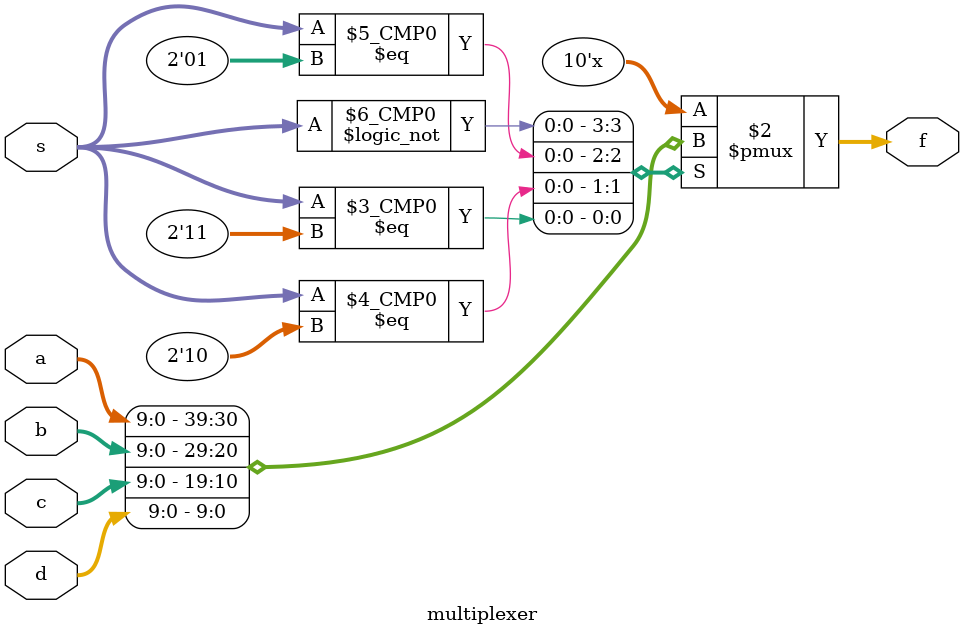
<source format=v>
module multiplexer(s,a,b,c,d,f);

	input [1:0]s;
	input [9:0]a;
	input [9:0]b;
	input [9:0]c;
	input [9:0]d;
	output reg [9:0]f;

	always@(s)
		begin
			case (s)
				2'b00 : f=a;	//0
				2'b01 : f=b;	//1
				2'b10 : f=c;	//2
				2'b11 : f=d;	//3
			endcase
		end

endmodule
</source>
